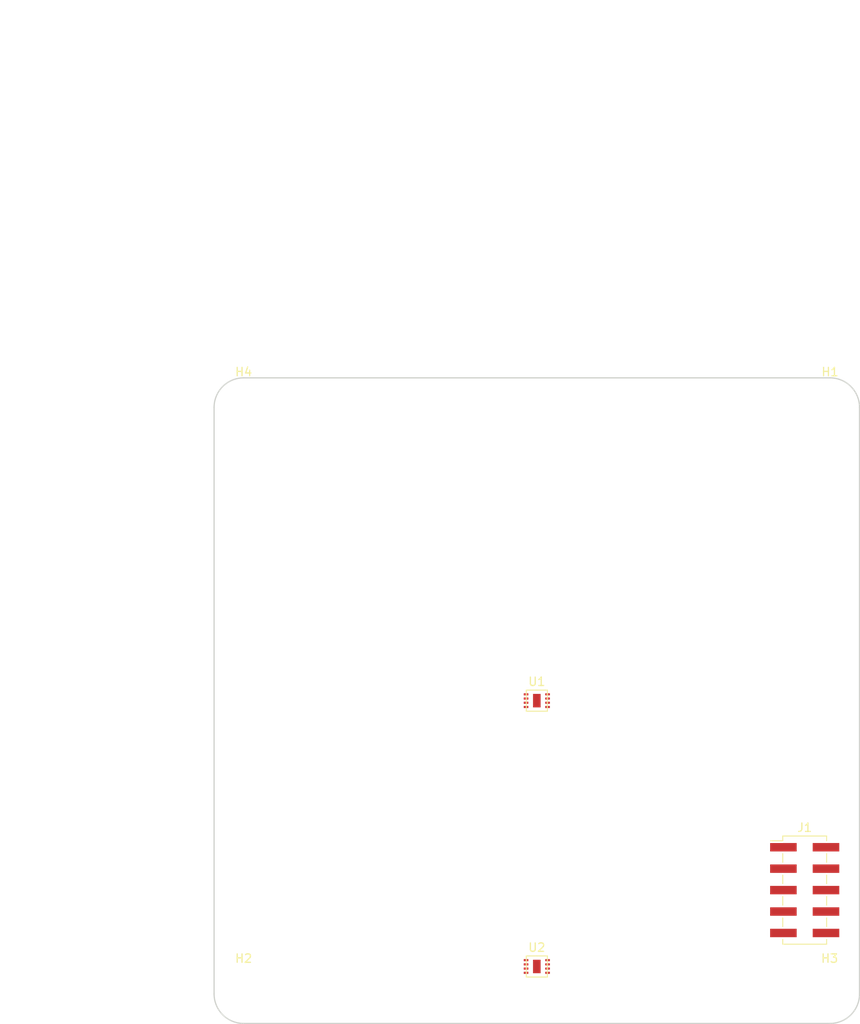
<source format=kicad_pcb>
(kicad_pcb (version 20171130) (host pcbnew "(5.1.2)-2")

  (general
    (thickness 1.6)
    (drawings 81)
    (tracks 2)
    (zones 0)
    (modules 7)
    (nets 27)
  )

  (page A4)
  (layers
    (0 F.Cu signal)
    (1 In1.Cu signal)
    (2 In2.Cu signal)
    (31 B.Cu signal)
    (32 B.Adhes user)
    (33 F.Adhes user)
    (34 B.Paste user)
    (35 F.Paste user)
    (36 B.SilkS user)
    (37 F.SilkS user)
    (38 B.Mask user)
    (39 F.Mask user)
    (40 Dwgs.User user)
    (41 Cmts.User user)
    (42 Eco1.User user)
    (43 Eco2.User user)
    (44 Edge.Cuts user)
    (45 Margin user)
    (46 B.CrtYd user)
    (47 F.CrtYd user)
    (48 B.Fab user)
    (49 F.Fab user)
  )

  (setup
    (last_trace_width 0.1524)
    (user_trace_width 0.1524)
    (user_trace_width 0.25)
    (user_trace_width 0.5)
    (user_trace_width 0.75)
    (user_trace_width 1)
    (trace_clearance 0.1524)
    (zone_clearance 0.2)
    (zone_45_only no)
    (trace_min 0.1524)
    (via_size 0.508)
    (via_drill 0.254)
    (via_min_size 0.508)
    (via_min_drill 0.254)
    (uvia_size 0.3)
    (uvia_drill 0.1)
    (uvias_allowed no)
    (uvia_min_size 0.05)
    (uvia_min_drill 0.05)
    (edge_width 0.1)
    (segment_width 0.2)
    (pcb_text_width 0.3)
    (pcb_text_size 1.5 1.5)
    (mod_edge_width 0.15)
    (mod_text_size 1 1)
    (mod_text_width 0.15)
    (pad_size 5.3 5.3)
    (pad_drill 0)
    (pad_to_mask_clearance 0)
    (aux_axis_origin 0 0)
    (visible_elements 7FFD7F7F)
    (pcbplotparams
      (layerselection 0x010fc_ffffffff)
      (usegerberextensions false)
      (usegerberattributes false)
      (usegerberadvancedattributes false)
      (creategerberjobfile false)
      (excludeedgelayer true)
      (linewidth 0.100000)
      (plotframeref false)
      (viasonmask false)
      (mode 1)
      (useauxorigin false)
      (hpglpennumber 1)
      (hpglpenspeed 20)
      (hpglpendiameter 15.000000)
      (psnegative false)
      (psa4output false)
      (plotreference true)
      (plotvalue true)
      (plotinvisibletext false)
      (padsonsilk false)
      (subtractmaskfromsilk false)
      (outputformat 1)
      (mirror false)
      (drillshape 0)
      (scaleselection 1)
      (outputdirectory "./gerbers/"))
  )

  (net 0 "")
  (net 1 GND)
  (net 2 +3V3)
  (net 3 SDA)
  (net 4 SCL)
  (net 5 DALLAS2)
  (net 6 DALLAS1)
  (net 7 "Net-(U1-Pad5)")
  (net 8 "Net-(U1-Pad6)")
  (net 9 "Net-(U1-Pad7)")
  (net 10 "Net-(U1-Pad8)")
  (net 11 "Net-(U1-Pad2)")
  (net 12 "Net-(U1-Pad4)")
  (net 13 "Net-(U1-Pad1)")
  (net 14 "Net-(U1-Pad3)")
  (net 15 "Net-(U2-Pad8)")
  (net 16 "Net-(U2-Pad3)")
  (net 17 "Net-(U2-Pad1)")
  (net 18 "Net-(U2-Pad4)")
  (net 19 "Net-(U2-Pad2)")
  (net 20 "Net-(U2-Pad7)")
  (net 21 "Net-(U2-Pad6)")
  (net 22 "Net-(U2-Pad5)")
  (net 23 A-)
  (net 24 A+)
  (net 25 B+)
  (net 26 B-)

  (net_class Default "This is the default net class."
    (clearance 0.1524)
    (trace_width 0.1524)
    (via_dia 0.508)
    (via_drill 0.254)
    (uvia_dia 0.3)
    (uvia_drill 0.1)
    (add_net +3V3)
    (add_net A+)
    (add_net A-)
    (add_net B+)
    (add_net B-)
    (add_net DALLAS1)
    (add_net DALLAS2)
    (add_net GND)
    (add_net "Net-(U1-Pad1)")
    (add_net "Net-(U1-Pad2)")
    (add_net "Net-(U1-Pad3)")
    (add_net "Net-(U1-Pad4)")
    (add_net "Net-(U1-Pad5)")
    (add_net "Net-(U1-Pad6)")
    (add_net "Net-(U1-Pad7)")
    (add_net "Net-(U1-Pad8)")
    (add_net "Net-(U2-Pad1)")
    (add_net "Net-(U2-Pad2)")
    (add_net "Net-(U2-Pad3)")
    (add_net "Net-(U2-Pad4)")
    (add_net "Net-(U2-Pad5)")
    (add_net "Net-(U2-Pad6)")
    (add_net "Net-(U2-Pad7)")
    (add_net "Net-(U2-Pad8)")
    (add_net SCL)
    (add_net SDA)
  )

  (module Connector_PinHeader_2.54mm:PinHeader_2x05_P2.54mm_Vertical_SMD (layer F.Cu) (tedit 59FED5CC) (tstamp 5EA63E19)
    (at 119.5 84.2)
    (descr "surface-mounted straight pin header, 2x05, 2.54mm pitch, double rows")
    (tags "Surface mounted pin header SMD 2x05 2.54mm double row")
    (path /5EA63D3B)
    (attr smd)
    (fp_text reference J1 (at 0 -7.41) (layer F.SilkS)
      (effects (font (size 1 1) (thickness 0.15)))
    )
    (fp_text value Conn_02x05_Odd_Even (at 0 7.41) (layer F.Fab)
      (effects (font (size 1 1) (thickness 0.15)))
    )
    (fp_line (start 2.54 6.35) (end -2.54 6.35) (layer F.Fab) (width 0.1))
    (fp_line (start -1.59 -6.35) (end 2.54 -6.35) (layer F.Fab) (width 0.1))
    (fp_line (start -2.54 6.35) (end -2.54 -5.4) (layer F.Fab) (width 0.1))
    (fp_line (start -2.54 -5.4) (end -1.59 -6.35) (layer F.Fab) (width 0.1))
    (fp_line (start 2.54 -6.35) (end 2.54 6.35) (layer F.Fab) (width 0.1))
    (fp_line (start -2.54 -5.4) (end -3.6 -5.4) (layer F.Fab) (width 0.1))
    (fp_line (start -3.6 -5.4) (end -3.6 -4.76) (layer F.Fab) (width 0.1))
    (fp_line (start -3.6 -4.76) (end -2.54 -4.76) (layer F.Fab) (width 0.1))
    (fp_line (start 2.54 -5.4) (end 3.6 -5.4) (layer F.Fab) (width 0.1))
    (fp_line (start 3.6 -5.4) (end 3.6 -4.76) (layer F.Fab) (width 0.1))
    (fp_line (start 3.6 -4.76) (end 2.54 -4.76) (layer F.Fab) (width 0.1))
    (fp_line (start -2.54 -2.86) (end -3.6 -2.86) (layer F.Fab) (width 0.1))
    (fp_line (start -3.6 -2.86) (end -3.6 -2.22) (layer F.Fab) (width 0.1))
    (fp_line (start -3.6 -2.22) (end -2.54 -2.22) (layer F.Fab) (width 0.1))
    (fp_line (start 2.54 -2.86) (end 3.6 -2.86) (layer F.Fab) (width 0.1))
    (fp_line (start 3.6 -2.86) (end 3.6 -2.22) (layer F.Fab) (width 0.1))
    (fp_line (start 3.6 -2.22) (end 2.54 -2.22) (layer F.Fab) (width 0.1))
    (fp_line (start -2.54 -0.32) (end -3.6 -0.32) (layer F.Fab) (width 0.1))
    (fp_line (start -3.6 -0.32) (end -3.6 0.32) (layer F.Fab) (width 0.1))
    (fp_line (start -3.6 0.32) (end -2.54 0.32) (layer F.Fab) (width 0.1))
    (fp_line (start 2.54 -0.32) (end 3.6 -0.32) (layer F.Fab) (width 0.1))
    (fp_line (start 3.6 -0.32) (end 3.6 0.32) (layer F.Fab) (width 0.1))
    (fp_line (start 3.6 0.32) (end 2.54 0.32) (layer F.Fab) (width 0.1))
    (fp_line (start -2.54 2.22) (end -3.6 2.22) (layer F.Fab) (width 0.1))
    (fp_line (start -3.6 2.22) (end -3.6 2.86) (layer F.Fab) (width 0.1))
    (fp_line (start -3.6 2.86) (end -2.54 2.86) (layer F.Fab) (width 0.1))
    (fp_line (start 2.54 2.22) (end 3.6 2.22) (layer F.Fab) (width 0.1))
    (fp_line (start 3.6 2.22) (end 3.6 2.86) (layer F.Fab) (width 0.1))
    (fp_line (start 3.6 2.86) (end 2.54 2.86) (layer F.Fab) (width 0.1))
    (fp_line (start -2.54 4.76) (end -3.6 4.76) (layer F.Fab) (width 0.1))
    (fp_line (start -3.6 4.76) (end -3.6 5.4) (layer F.Fab) (width 0.1))
    (fp_line (start -3.6 5.4) (end -2.54 5.4) (layer F.Fab) (width 0.1))
    (fp_line (start 2.54 4.76) (end 3.6 4.76) (layer F.Fab) (width 0.1))
    (fp_line (start 3.6 4.76) (end 3.6 5.4) (layer F.Fab) (width 0.1))
    (fp_line (start 3.6 5.4) (end 2.54 5.4) (layer F.Fab) (width 0.1))
    (fp_line (start -2.6 -6.41) (end 2.6 -6.41) (layer F.SilkS) (width 0.12))
    (fp_line (start -2.6 6.41) (end 2.6 6.41) (layer F.SilkS) (width 0.12))
    (fp_line (start -4.04 -5.84) (end -2.6 -5.84) (layer F.SilkS) (width 0.12))
    (fp_line (start -2.6 -6.41) (end -2.6 -5.84) (layer F.SilkS) (width 0.12))
    (fp_line (start 2.6 -6.41) (end 2.6 -5.84) (layer F.SilkS) (width 0.12))
    (fp_line (start -2.6 5.84) (end -2.6 6.41) (layer F.SilkS) (width 0.12))
    (fp_line (start 2.6 5.84) (end 2.6 6.41) (layer F.SilkS) (width 0.12))
    (fp_line (start -2.6 -4.32) (end -2.6 -3.3) (layer F.SilkS) (width 0.12))
    (fp_line (start 2.6 -4.32) (end 2.6 -3.3) (layer F.SilkS) (width 0.12))
    (fp_line (start -2.6 -1.78) (end -2.6 -0.76) (layer F.SilkS) (width 0.12))
    (fp_line (start 2.6 -1.78) (end 2.6 -0.76) (layer F.SilkS) (width 0.12))
    (fp_line (start -2.6 0.76) (end -2.6 1.78) (layer F.SilkS) (width 0.12))
    (fp_line (start 2.6 0.76) (end 2.6 1.78) (layer F.SilkS) (width 0.12))
    (fp_line (start -2.6 3.3) (end -2.6 4.32) (layer F.SilkS) (width 0.12))
    (fp_line (start 2.6 3.3) (end 2.6 4.32) (layer F.SilkS) (width 0.12))
    (fp_line (start -5.9 -6.85) (end -5.9 6.85) (layer F.CrtYd) (width 0.05))
    (fp_line (start -5.9 6.85) (end 5.9 6.85) (layer F.CrtYd) (width 0.05))
    (fp_line (start 5.9 6.85) (end 5.9 -6.85) (layer F.CrtYd) (width 0.05))
    (fp_line (start 5.9 -6.85) (end -5.9 -6.85) (layer F.CrtYd) (width 0.05))
    (fp_text user %R (at 0 0 90) (layer F.Fab)
      (effects (font (size 1 1) (thickness 0.15)))
    )
    (pad 1 smd rect (at -2.525 -5.08) (size 3.15 1) (layers F.Cu F.Paste F.Mask)
      (net 6 DALLAS1))
    (pad 2 smd rect (at 2.525 -5.08) (size 3.15 1) (layers F.Cu F.Paste F.Mask)
      (net 23 A-))
    (pad 3 smd rect (at -2.525 -2.54) (size 3.15 1) (layers F.Cu F.Paste F.Mask)
      (net 24 A+))
    (pad 4 smd rect (at 2.525 -2.54) (size 3.15 1) (layers F.Cu F.Paste F.Mask)
      (net 5 DALLAS2))
    (pad 5 smd rect (at -2.525 0) (size 3.15 1) (layers F.Cu F.Paste F.Mask)
      (net 25 B+))
    (pad 6 smd rect (at 2.525 0) (size 3.15 1) (layers F.Cu F.Paste F.Mask)
      (net 26 B-))
    (pad 7 smd rect (at -2.525 2.54) (size 3.15 1) (layers F.Cu F.Paste F.Mask)
      (net 4 SCL))
    (pad 8 smd rect (at 2.525 2.54) (size 3.15 1) (layers F.Cu F.Paste F.Mask)
      (net 2 +3V3))
    (pad 9 smd rect (at -2.525 5.08) (size 3.15 1) (layers F.Cu F.Paste F.Mask)
      (net 3 SDA))
    (pad 10 smd rect (at 2.525 5.08) (size 3.15 1) (layers F.Cu F.Paste F.Mask)
      (net 1 GND))
    (model ${KISYS3DMOD}/Connector_PinHeader_2.54mm.3dshapes/PinHeader_2x05_P2.54mm_Vertical_SMD.wrl
      (at (xyz 0 0 0))
      (scale (xyz 1 1 1))
      (rotate (xyz 0 0 0))
    )
  )

  (module temp-ref:sts (layer F.Cu) (tedit 5EA22A13) (tstamp 5EA68E55)
    (at 87.75 61.75)
    (path /5EA65146)
    (fp_text reference U1 (at 0 -2.25) (layer F.SilkS)
      (effects (font (size 1 1) (thickness 0.15)))
    )
    (fp_text value SHT30-DIS-B (at 1.25 2) (layer F.Fab)
      (effects (font (size 1 1) (thickness 0.15)))
    )
    (fp_line (start -1.25 0) (end -1.25 1.25) (layer F.SilkS) (width 0.12))
    (fp_line (start -1.25 1.25) (end 1.25 1.25) (layer F.SilkS) (width 0.12))
    (fp_line (start 1.25 1.25) (end 1.25 0) (layer F.SilkS) (width 0.12))
    (fp_line (start 1.25 0) (end 1.25 -1.25) (layer F.SilkS) (width 0.12))
    (fp_line (start 1.25 -1.25) (end 0 -1.25) (layer F.SilkS) (width 0.12))
    (fp_line (start 0 -1.25) (end -1.25 -1.25) (layer F.SilkS) (width 0.12))
    (fp_line (start -1.25 -1.25) (end -1.25 0) (layer F.SilkS) (width 0.12))
    (pad 5 smd rect (at 1.275 0.75) (size 0.55 0.25) (layers F.Cu F.Paste F.Mask)
      (net 7 "Net-(U1-Pad5)"))
    (pad 6 smd rect (at 1.275 0.25) (size 0.55 0.25) (layers F.Cu F.Paste F.Mask)
      (net 8 "Net-(U1-Pad6)"))
    (pad 7 smd rect (at 1.275 -0.25) (size 0.55 0.25) (layers F.Cu F.Paste F.Mask)
      (net 9 "Net-(U1-Pad7)"))
    (pad 8 smd rect (at 1.275 -0.75) (size 0.55 0.25) (layers F.Cu F.Paste F.Mask)
      (net 10 "Net-(U1-Pad8)"))
    (pad 2 smd rect (at -1.275 -0.25) (size 0.55 0.25) (layers F.Cu F.Paste F.Mask)
      (net 11 "Net-(U1-Pad2)"))
    (pad 4 smd rect (at -1.275 0.75) (size 0.55 0.25) (layers F.Cu F.Paste F.Mask)
      (net 12 "Net-(U1-Pad4)"))
    (pad 1 smd rect (at -1.275 -0.75) (size 0.55 0.25) (layers F.Cu F.Paste F.Mask)
      (net 13 "Net-(U1-Pad1)"))
    (pad 3 smd rect (at -1.275 0.25) (size 0.55 0.25) (layers F.Cu F.Paste F.Mask)
      (net 14 "Net-(U1-Pad3)"))
    (pad 8 smd rect (at 0 0) (size 0.9 1.6) (layers F.Cu F.Paste F.Mask)
      (net 10 "Net-(U1-Pad8)"))
  )

  (module temp-ref:sts (layer F.Cu) (tedit 5EA22A13) (tstamp 5EA68E69)
    (at 87.75 93.25)
    (path /5EA6578A)
    (fp_text reference U2 (at 0 -2.25) (layer F.SilkS)
      (effects (font (size 1 1) (thickness 0.15)))
    )
    (fp_text value SHT30-DIS-B (at 1.25 2) (layer F.Fab)
      (effects (font (size 1 1) (thickness 0.15)))
    )
    (fp_line (start -1.25 -1.25) (end -1.25 0) (layer F.SilkS) (width 0.12))
    (fp_line (start 0 -1.25) (end -1.25 -1.25) (layer F.SilkS) (width 0.12))
    (fp_line (start 1.25 -1.25) (end 0 -1.25) (layer F.SilkS) (width 0.12))
    (fp_line (start 1.25 0) (end 1.25 -1.25) (layer F.SilkS) (width 0.12))
    (fp_line (start 1.25 1.25) (end 1.25 0) (layer F.SilkS) (width 0.12))
    (fp_line (start -1.25 1.25) (end 1.25 1.25) (layer F.SilkS) (width 0.12))
    (fp_line (start -1.25 0) (end -1.25 1.25) (layer F.SilkS) (width 0.12))
    (pad 8 smd rect (at 0 0) (size 0.9 1.6) (layers F.Cu F.Paste F.Mask)
      (net 15 "Net-(U2-Pad8)"))
    (pad 3 smd rect (at -1.275 0.25) (size 0.55 0.25) (layers F.Cu F.Paste F.Mask)
      (net 16 "Net-(U2-Pad3)"))
    (pad 1 smd rect (at -1.275 -0.75) (size 0.55 0.25) (layers F.Cu F.Paste F.Mask)
      (net 17 "Net-(U2-Pad1)"))
    (pad 4 smd rect (at -1.275 0.75) (size 0.55 0.25) (layers F.Cu F.Paste F.Mask)
      (net 18 "Net-(U2-Pad4)"))
    (pad 2 smd rect (at -1.275 -0.25) (size 0.55 0.25) (layers F.Cu F.Paste F.Mask)
      (net 19 "Net-(U2-Pad2)"))
    (pad 8 smd rect (at 1.275 -0.75) (size 0.55 0.25) (layers F.Cu F.Paste F.Mask)
      (net 15 "Net-(U2-Pad8)"))
    (pad 7 smd rect (at 1.275 -0.25) (size 0.55 0.25) (layers F.Cu F.Paste F.Mask)
      (net 20 "Net-(U2-Pad7)"))
    (pad 6 smd rect (at 1.275 0.25) (size 0.55 0.25) (layers F.Cu F.Paste F.Mask)
      (net 21 "Net-(U2-Pad6)"))
    (pad 5 smd rect (at 1.275 0.75) (size 0.55 0.25) (layers F.Cu F.Paste F.Mask)
      (net 22 "Net-(U2-Pad5)"))
  )

  (module MountingHole:MountingHole_3.2mm_M3 (layer F.Cu) (tedit 56D1B4CB) (tstamp 5EA68F4F)
    (at 122.5 27)
    (descr "Mounting Hole 3.2mm, no annular, M3")
    (tags "mounting hole 3.2mm no annular m3")
    (path /5EA66DA3)
    (attr virtual)
    (fp_text reference H1 (at 0 -4.2) (layer F.SilkS)
      (effects (font (size 1 1) (thickness 0.15)))
    )
    (fp_text value MountingHole (at 0 4.2) (layer F.Fab)
      (effects (font (size 1 1) (thickness 0.15)))
    )
    (fp_circle (center 0 0) (end 3.45 0) (layer F.CrtYd) (width 0.05))
    (fp_circle (center 0 0) (end 3.2 0) (layer Cmts.User) (width 0.15))
    (fp_text user %R (at 0.3 0) (layer F.Fab)
      (effects (font (size 1 1) (thickness 0.15)))
    )
    (pad 1 np_thru_hole circle (at 0 0) (size 3.2 3.2) (drill 3.2) (layers *.Cu *.Mask))
  )

  (module MountingHole:MountingHole_3.2mm_M3 (layer F.Cu) (tedit 56D1B4CB) (tstamp 5EA68F57)
    (at 53 96.5)
    (descr "Mounting Hole 3.2mm, no annular, M3")
    (tags "mounting hole 3.2mm no annular m3")
    (path /5EA66E84)
    (attr virtual)
    (fp_text reference H2 (at 0 -4.2) (layer F.SilkS)
      (effects (font (size 1 1) (thickness 0.15)))
    )
    (fp_text value MountingHole (at 0 4.2) (layer F.Fab)
      (effects (font (size 1 1) (thickness 0.15)))
    )
    (fp_text user %R (at 0.3 0) (layer F.Fab)
      (effects (font (size 1 1) (thickness 0.15)))
    )
    (fp_circle (center 0 0) (end 3.2 0) (layer Cmts.User) (width 0.15))
    (fp_circle (center 0 0) (end 3.45 0) (layer F.CrtYd) (width 0.05))
    (pad 1 np_thru_hole circle (at 0 0) (size 3.2 3.2) (drill 3.2) (layers *.Cu *.Mask))
  )

  (module MountingHole:MountingHole_3.2mm_M3 (layer F.Cu) (tedit 56D1B4CB) (tstamp 5EA68F5F)
    (at 122.45 96.5)
    (descr "Mounting Hole 3.2mm, no annular, M3")
    (tags "mounting hole 3.2mm no annular m3")
    (path /5EA66BD8)
    (attr virtual)
    (fp_text reference H3 (at 0 -4.2) (layer F.SilkS)
      (effects (font (size 1 1) (thickness 0.15)))
    )
    (fp_text value MountingHole (at 0 4.2) (layer F.Fab)
      (effects (font (size 1 1) (thickness 0.15)))
    )
    (fp_text user %R (at 0.3 0) (layer F.Fab)
      (effects (font (size 1 1) (thickness 0.15)))
    )
    (fp_circle (center 0 0) (end 3.2 0) (layer Cmts.User) (width 0.15))
    (fp_circle (center 0 0) (end 3.45 0) (layer F.CrtYd) (width 0.05))
    (pad 1 np_thru_hole circle (at 0 0) (size 3.2 3.2) (drill 3.2) (layers *.Cu *.Mask))
  )

  (module MountingHole:MountingHole_3.2mm_M3 (layer F.Cu) (tedit 56D1B4CB) (tstamp 5EA68F67)
    (at 53 27)
    (descr "Mounting Hole 3.2mm, no annular, M3")
    (tags "mounting hole 3.2mm no annular m3")
    (path /5EA66FAE)
    (attr virtual)
    (fp_text reference H4 (at 0 -4.2) (layer F.SilkS)
      (effects (font (size 1 1) (thickness 0.15)))
    )
    (fp_text value MountingHole (at 0 4.2) (layer F.Fab)
      (effects (font (size 1 1) (thickness 0.15)))
    )
    (fp_circle (center 0 0) (end 3.45 0) (layer F.CrtYd) (width 0.05))
    (fp_circle (center 0 0) (end 3.2 0) (layer Cmts.User) (width 0.15))
    (fp_text user %R (at 0.3 0) (layer F.Fab)
      (effects (font (size 1 1) (thickness 0.15)))
    )
    (pad 1 np_thru_hole circle (at 0 0) (size 3.2 3.2) (drill 3.2) (layers *.Cu *.Mask))
  )

  (gr_line (start 126 96.5) (end 126 27) (layer Edge.Cuts) (width 0.15) (tstamp 5EA71AEE))
  (gr_line (start 126 100) (end 126 23.5) (layer Dwgs.User) (width 0.15))
  (gr_line (start 126 61.75) (end 87.75 61.75) (layer Dwgs.User) (width 0.15) (tstamp 5EA68DC5))
  (gr_line (start 88.75 60.5) (end 88.75 61.75) (layer Dwgs.User) (width 0.5) (tstamp 5EA69016))
  (gr_line (start 85.75 60.5) (end 85.75 61.75) (layer Dwgs.User) (width 0.5) (tstamp 5EA69080))
  (gr_line (start 86.75 60.5) (end 86.75 61.75) (layer Dwgs.User) (width 0.5) (tstamp 5EA6907F))
  (gr_line (start 84.75 60.5) (end 84.75 61.75) (layer Dwgs.User) (width 0.5) (tstamp 5EA6907E))
  (gr_line (start 83.75 60.5) (end 83.75 61.75) (layer Dwgs.User) (width 0.5) (tstamp 5EA6907D))
  (gr_line (start 82.75 60.5) (end 82.75 61.75) (layer Dwgs.User) (width 0.5) (tstamp 5EA6907C))
  (gr_line (start 81.75 60.5) (end 81.75 61.75) (layer Dwgs.User) (width 0.5) (tstamp 5EA6907B))
  (gr_line (start 80.75 60.5) (end 80.75 61.75) (layer Dwgs.User) (width 0.5) (tstamp 5EA6907A))
  (gr_line (start 63.75 60.5) (end 63.75 61.75) (layer Dwgs.User) (width 0.5) (tstamp 5EA69079))
  (gr_line (start 73.75 60.5) (end 73.75 61.75) (layer Dwgs.User) (width 0.5) (tstamp 5EA69078))
  (gr_line (start 59.75 60.5) (end 59.75 61.75) (layer Dwgs.User) (width 0.5) (tstamp 5EA69077))
  (gr_line (start 68.75 60.5) (end 68.75 61.75) (layer Dwgs.User) (width 0.5) (tstamp 5EA69075))
  (gr_line (start 58.75 60.5) (end 58.75 61.75) (layer Dwgs.User) (width 0.5) (tstamp 5EA69074))
  (gr_line (start 70.75 60.5) (end 70.75 61.75) (layer Dwgs.User) (width 0.5) (tstamp 5EA69072))
  (gr_line (start 75.75 60.5) (end 75.75 61.75) (layer Dwgs.User) (width 0.5) (tstamp 5EA69071))
  (gr_line (start 64.75 60.5) (end 64.75 61.75) (layer Dwgs.User) (width 0.5) (tstamp 5EA69070))
  (gr_line (start 62.75 60.5) (end 62.75 61.75) (layer Dwgs.User) (width 0.5) (tstamp 5EA6906F))
  (gr_line (start 60.75 60.5) (end 60.75 61.75) (layer Dwgs.User) (width 0.5) (tstamp 5EA6906E))
  (gr_line (start 61.75 60.5) (end 61.75 61.75) (layer Dwgs.User) (width 0.5) (tstamp 5EA6906C))
  (gr_line (start 80.75 60.5) (end 80.75 61.75) (layer Dwgs.User) (width 0.5) (tstamp 5EA6906B))
  (gr_line (start 66.75 60.5) (end 66.75 61.75) (layer Dwgs.User) (width 0.5) (tstamp 5EA69069))
  (gr_line (start 71.75 60.5) (end 71.75 61.75) (layer Dwgs.User) (width 0.5) (tstamp 5EA69068))
  (gr_line (start 69.75 60.5) (end 69.75 61.75) (layer Dwgs.User) (width 0.5) (tstamp 5EA69067))
  (gr_line (start 78.75 60.5) (end 78.75 61.75) (layer Dwgs.User) (width 0.5) (tstamp 5EA69063))
  (gr_line (start 74.75 60.5) (end 74.75 61.75) (layer Dwgs.User) (width 0.5) (tstamp 5EA69062))
  (gr_line (start 73.75 60.5) (end 73.75 61.75) (layer Dwgs.User) (width 0.5) (tstamp 5EA69061))
  (gr_line (start 79.75 60.5) (end 79.75 61.75) (layer Dwgs.User) (width 0.5) (tstamp 5EA69060))
  (gr_line (start 77.75 60.5) (end 77.75 61.75) (layer Dwgs.User) (width 0.5) (tstamp 5EA6905F))
  (gr_line (start 67.75 60.5) (end 67.75 61.75) (layer Dwgs.User) (width 0.5) (tstamp 5EA6905D))
  (gr_line (start 76.75 60.5) (end 76.75 61.75) (layer Dwgs.User) (width 0.5) (tstamp 5EA6905A))
  (gr_line (start 72.75 60.5) (end 72.75 61.75) (layer Dwgs.User) (width 0.5) (tstamp 5EA69059))
  (gr_line (start 65.75 60.5) (end 65.75 61.75) (layer Dwgs.User) (width 0.5) (tstamp 5EA69058))
  (gr_line (start 114.75 60.5) (end 114.75 61.75) (layer Dwgs.User) (width 0.5) (tstamp 5EA6903B))
  (gr_line (start 110.75 60.5) (end 110.75 61.75) (layer Dwgs.User) (width 0.5) (tstamp 5EA6903A))
  (gr_line (start 109.75 60.5) (end 109.75 61.75) (layer Dwgs.User) (width 0.5) (tstamp 5EA69039))
  (gr_line (start 115.75 60.5) (end 115.75 61.75) (layer Dwgs.User) (width 0.5) (tstamp 5EA69038))
  (gr_line (start 113.75 60.5) (end 113.75 61.75) (layer Dwgs.User) (width 0.5) (tstamp 5EA69037))
  (gr_line (start 111.75 60.5) (end 111.75 61.75) (layer Dwgs.User) (width 0.5) (tstamp 5EA69036))
  (gr_line (start 112.75 60.5) (end 112.75 61.75) (layer Dwgs.User) (width 0.5) (tstamp 5EA69035))
  (gr_line (start 116.75 60.5) (end 116.75 61.75) (layer Dwgs.User) (width 0.5) (tstamp 5EA69033))
  (gr_line (start 107.75 60.5) (end 107.75 61.75) (layer Dwgs.User) (width 0.5) (tstamp 5EA6903B))
  (gr_line (start 103.75 60.5) (end 103.75 61.75) (layer Dwgs.User) (width 0.5) (tstamp 5EA6903A))
  (gr_line (start 102.75 60.5) (end 102.75 61.75) (layer Dwgs.User) (width 0.5) (tstamp 5EA69039))
  (gr_line (start 108.75 60.5) (end 108.75 61.75) (layer Dwgs.User) (width 0.5) (tstamp 5EA69038))
  (gr_line (start 106.75 60.5) (end 106.75 61.75) (layer Dwgs.User) (width 0.5) (tstamp 5EA69037))
  (gr_line (start 104.75 60.5) (end 104.75 61.75) (layer Dwgs.User) (width 0.5) (tstamp 5EA69036))
  (gr_line (start 105.75 60.5) (end 105.75 61.75) (layer Dwgs.User) (width 0.5) (tstamp 5EA69035))
  (gr_line (start 109.75 60.5) (end 109.75 61.75) (layer Dwgs.User) (width 0.5) (tstamp 5EA69033))
  (gr_line (start 100.75 60.5) (end 100.75 61.75) (layer Dwgs.User) (width 0.5) (tstamp 5EA6903B))
  (gr_line (start 96.75 60.5) (end 96.75 61.75) (layer Dwgs.User) (width 0.5) (tstamp 5EA6903A))
  (gr_line (start 95.75 60.5) (end 95.75 61.75) (layer Dwgs.User) (width 0.5) (tstamp 5EA69039))
  (gr_line (start 101.75 60.5) (end 101.75 61.75) (layer Dwgs.User) (width 0.5) (tstamp 5EA69038))
  (gr_line (start 99.75 60.5) (end 99.75 61.75) (layer Dwgs.User) (width 0.5) (tstamp 5EA69037))
  (gr_line (start 97.75 60.5) (end 97.75 61.75) (layer Dwgs.User) (width 0.5) (tstamp 5EA69036))
  (gr_line (start 98.75 60.5) (end 98.75 61.75) (layer Dwgs.User) (width 0.5) (tstamp 5EA69035))
  (gr_line (start 102.75 60.5) (end 102.75 61.75) (layer Dwgs.User) (width 0.5) (tstamp 5EA69033))
  (gr_line (start 94.75 60.5) (end 94.75 61.75) (layer Dwgs.User) (width 0.5) (tstamp 5EA69028))
  (gr_line (start 93.75 60.5) (end 93.75 61.75) (layer Dwgs.User) (width 0.5) (tstamp 5EA6901C))
  (gr_line (start 92.75 60.5) (end 92.75 61.75) (layer Dwgs.User) (width 0.5) (tstamp 5EA68FE0))
  (gr_line (start 91.75 60.5) (end 91.75 61.75) (layer Dwgs.User) (width 0.5) (tstamp 5EA6901F))
  (gr_line (start 90.75 60.5) (end 90.75 61.75) (layer Dwgs.User) (width 0.5) (tstamp 5EA69025))
  (gr_line (start 89.75 60.5) (end 89.75 61.75) (layer Dwgs.User) (width 0.5) (tstamp 5EA69022))
  (gr_line (start 49.5 61.75) (end 87.75 61.75) (layer Dwgs.User) (width 0.15) (tstamp 5EA68DC5))
  (gr_line (start 87.75 23.5) (end 87.75 61.75) (layer Dwgs.User) (width 0.15) (tstamp 5EA68DC5))
  (gr_line (start 87.75 61.75) (end 87.75 100) (layer Dwgs.User) (width 0.15))
  (gr_line (start 53 96.5) (end 122.5 27) (layer Dwgs.User) (width 0.15))
  (gr_line (start 122.5 96.5) (end 53 27) (layer Dwgs.User) (width 0.15))
  (gr_arc (start 53 96.5) (end 53 100) (angle 90) (layer Edge.Cuts) (width 0.15) (tstamp 5EA63ECD))
  (gr_arc (start 53 27) (end 49.5 27) (angle 90) (layer Edge.Cuts) (width 0.15) (tstamp 5EA63ECC))
  (gr_line (start 49.5 96.5) (end 49.5 27) (layer Edge.Cuts) (width 0.15) (tstamp 5EA63ECB))
  (gr_line (start 53 100) (end 122.5 100) (layer Edge.Cuts) (width 0.15) (tstamp 5EA63EBE))
  (gr_line (start 53 23.5) (end 122.5 23.5) (layer Edge.Cuts) (width 0.15) (tstamp 5EA63EBE))
  (gr_line (start 49.5 23.5) (end 49.5 100) (layer Dwgs.User) (width 0.15) (tstamp 5EA63EB2))
  (gr_line (start 126 23.5) (end 49.5 23.5) (layer Dwgs.User) (width 0.15) (tstamp 5EA63EB2))
  (gr_line (start 126 100) (end 49.5 100) (layer Dwgs.User) (width 0.15) (tstamp 5EA63EB2))
  (gr_arc (start 122.5 27) (end 126 27) (angle -90) (layer Edge.Cuts) (width 0.15) (tstamp 5EA71AED))
  (gr_arc (start 122.5 96.5) (end 122.5 100) (angle -90) (layer Edge.Cuts) (width 0.15) (tstamp 5EA71AEC))
  (gr_line (start 24.2 -21.2) (end 24.3 -21.2) (layer Dwgs.User) (width 0.15))

  (segment (start 110.2 30.35) (end 110.2 34.1) (width 0.1524) (layer In1.Cu) (net 0))
  (segment (start 99.1 37.45) (end 99.1 41.1) (width 0.1524) (layer In2.Cu) (net 0))

)

</source>
